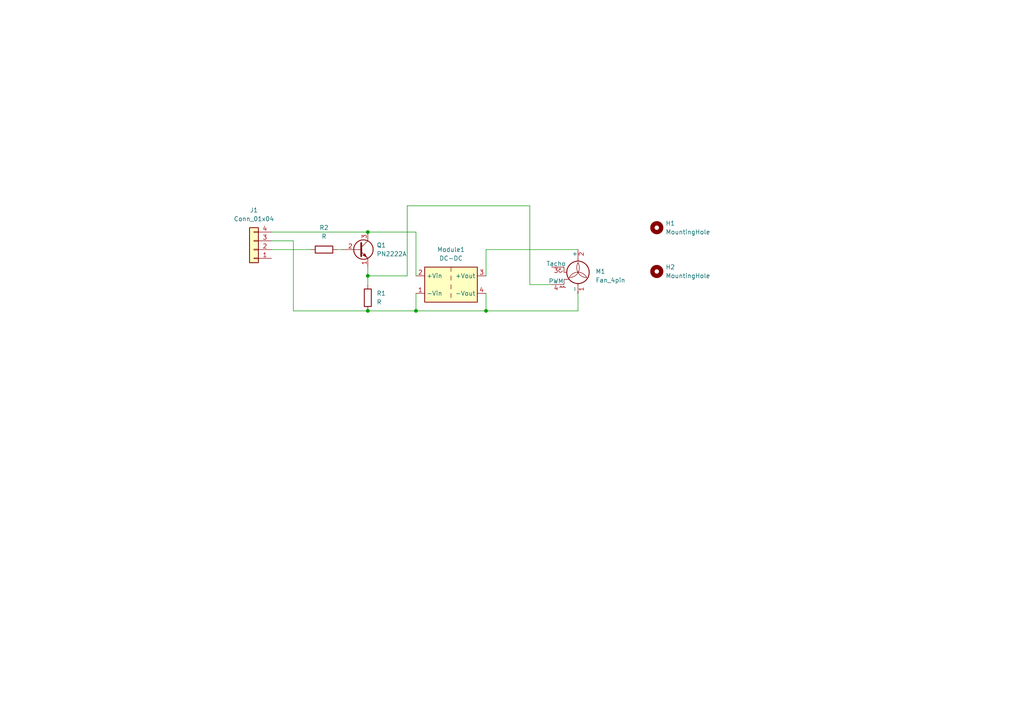
<source format=kicad_sch>
(kicad_sch (version 20231120) (generator "eeschema") (generator_version "8.0")
  (paper "A4")
  (lib_symbols
    (symbol "Connector_Generic:Conn_01x04" (pin_names (offset 1.016) hide)
      (property "Reference" "J" (at 0 5.08 0))
      (property "Value" "Conn_01x04" (at 0 -7.62 0))
      (symbol "Conn_01x04_1_1"
        (rectangle (start -1.27 -4.953) (end 0 -5.207) (stroke (width 0.1524)))
        (rectangle (start -1.27 -2.413) (end 0 -2.667) (stroke (width 0.1524)))
        (rectangle (start -1.27 0.127) (end 0 -0.127) (stroke (width 0.1524)))
        (rectangle (start -1.27 2.667) (end 0 2.413) (stroke (width 0.1524)))
        (rectangle (start -1.27 3.81) (end 1.27 -6.35) (stroke (width 0.254)) (fill (type background)))
        (pin passive line (at -5.08 2.54 0) (length 3.81) (name "Pin_1") (number "1"))
        (pin passive line (at -5.08 0 0) (length 3.81) (name "Pin_2") (number "2"))
        (pin passive line (at -5.08 -2.54 0) (length 3.81) (name "Pin_3") (number "3"))
        (pin passive line (at -5.08 -5.08 0) (length 3.81) (name "Pin_4") (number "4"))
      )
    )
    (symbol "Device:R" (pin_numbers hide) (pin_names (offset 0))
      (property "Reference" "R" (at 2.032 0 90))
      (property "Value" "R" (at 0 0 90))
      (symbol "R_0_1"
        (rectangle (start -1.016 -2.54) (end 1.016 2.54) (stroke (width 0.254)))
      )
      (symbol "R_1_1"
        (pin passive line (at 0 3.81 270) (length 1.27) (name "~") (number "1"))
        (pin passive line (at 0 -3.81 90) (length 1.27) (name "~") (number "2"))
      )
    )
    (symbol "Mechanical:MountingHole" (pin_names (offset 1.016)) (exclude_from_sim yes) (in_bom no)
      (property "Reference" "H" (at 0 5.08 0))
      (property "Value" "MountingHole" (at 0 3.175 0))
      (symbol "MountingHole_0_1"
        (circle (center 0 0) (radius 1.27) (stroke (width 1.27)))
      )
    )
    (symbol "Motor:Fan_4pin" (pin_names (offset 0))
      (property "Reference" "M" (at 2.54 5.08 0))
      (property "Value" "Fan_4pin" (at 2.54 -2.54 0))
      (symbol "Fan_4pin_0_0"
        (arc (start -5.588 1.524) (mid -5.08 1.0182) (end -4.572 1.524))
        (arc (start -5.08 2.032) (mid -5.4392 1.8832) (end -5.588 1.524))
        (polyline (pts (xy -5.08 2.032) (xy -5.334 2.159)))
        (polyline (pts (xy -5.08 2.032) (xy -5.207 1.778)))
        (polyline (pts (xy -4.064 2.54) (xy -4.064 1.016) (xy -3.302 1.016)))
      )
      (symbol "Fan_4pin_0_1"
        (arc (start -2.54 -0.508) (mid 0.0028 0.9121) (end 0 3.81))
        (polyline (pts (xy -4.064 2.54) (xy -5.08 2.54)))
        (polyline (pts (xy 0 -5.08) (xy 0 -4.572)))
        (polyline (pts (xy 0 -2.2352) (xy 0 -2.6416)))
        (polyline (pts (xy 0 4.2672) (xy 0 4.6228)))
        (polyline (pts (xy 0 4.572) (xy 0 5.08)))
        (polyline (pts (xy -2.54 -1.016) (xy -4.064 -1.016) (xy -4.064 -2.54) (xy -5.08 -2.54)))
        (polyline (pts (xy -5.334 -3.302) (xy -5.08 -3.302) (xy -5.08 -3.048) (xy -4.826 -3.048) (xy -4.826 -3.302) (xy -4.318 -3.302) (xy -4.318 -3.048) (xy -4.064 -3.048) (xy -4.064 -3.302) (xy -3.556 -3.302)))
        (circle (center 0 1.016) (radius 3.2512) (stroke (width 0.254)))
        (arc (start 0 3.81) (mid 0.053 0.921) (end 2.54 -0.508))
        (arc (start 2.54 -0.508) (mid 0 1.0618) (end -2.54 -0.508))
      )
      (symbol "Fan_4pin_1_1"
        (pin passive line (at 0 -5.08 90) (length 2.54) (name "-") (number "1"))
        (pin passive line (at 0 7.62 270) (length 2.54) (name "+") (number "2"))
        (pin passive line (at -7.62 2.54 0) (length 2.54) (name "Tacho") (number "3"))
        (pin input line (at -7.62 -2.54 0) (length 2.54) (name "PWM") (number "4"))
      )
    )
    (symbol "Transistor_BJT:PN2222A" (pin_names (offset 0) hide)
      (property "Reference" "Q" (at 5.08 1.905 0))
      (property "Value" "PN2222A" (at 5.08 0 0))
      (symbol "PN2222A_0_1"
        (polyline (pts (xy 0 0) (xy 0.635 0)))
        (polyline (pts (xy 2.54 -2.54) (xy 0.635 -0.635)))
        (polyline (pts (xy 2.54 2.54) (xy 0.635 0.635)))
        (polyline (pts (xy 0.635 1.905) (xy 0.635 -1.905) (xy 0.635 -1.905)) (stroke (width 0.508)))
        (polyline (pts (xy 2.413 -2.413) (xy 1.905 -1.905) (xy 1.905 -1.905)))
        (polyline (pts (xy 1.143 -1.651) (xy 1.651 -1.143) (xy 2.159 -2.159) (xy 1.143 -1.651) (xy 1.143 -1.651)) (fill (type outline)))
        (circle (center 1.27 0) (radius 2.8194) (stroke (width 0.254)))
      )
      (symbol "PN2222A_1_1"
        (pin passive line (at 2.54 -5.08 90) (length 2.54) (name "E") (number "1"))
        (pin input line (at -5.08 0 0) (length 5.08) (name "B") (number "2"))
        (pin passive line (at 2.54 5.08 270) (length 2.54) (name "C") (number "3"))
      )
    )
    (symbol "f4p:saneea_DC-DC_converter"
      (property "Reference" "Module" (at -3.81 8.89 0))
      (property "Value" "DC-DC" (at -3.81 6.35 0))
      (symbol "saneea_DC-DC_converter_0_1"
        (rectangle (start -7.62 5.08) (end 7.62 -5.08) (stroke (width 0.254)) (fill (type background)))
        (polyline (pts (xy 0 -2.54) (xy 0 -3.81)))
        (polyline (pts (xy 0 0) (xy 0 -1.27)))
        (polyline (pts (xy 0 2.54) (xy 0 1.27)))
        (polyline (pts (xy 0 5.08) (xy 0 3.81)))
      )
      (symbol "saneea_DC-DC_converter_1_1"
        (pin power_in line (at -10.16 -2.54 0) (length 2.54) (name "-Vin") (number "1"))
        (pin power_in line (at -10.16 2.54 0) (length 2.54) (name "+Vin") (number "2"))
        (pin power_out line (at 10.16 2.54 180) (length 2.54) (name "+Vout") (number "3"))
        (pin power_out line (at 10.16 -2.54 180) (length 2.54) (name "-Vout") (number "4"))
      )
    )
  )
  (junction (at 106.68 80.01))
  (junction (at 106.68 90.17))
  (junction (at 140.97 90.17))
  (junction (at 106.68 67.31))
  (junction (at 120.65 90.17))
  (wire (pts (xy 167.64 90.17) (xy 140.97 90.17)))
  (wire (pts (xy 78.74 67.31) (xy 106.68 67.31)))
  (wire (pts (xy 120.65 67.31) (xy 106.68 67.31)))
  (wire (pts (xy 85.09 69.85) (xy 85.09 90.17)))
  (wire (pts (xy 106.68 80.01) (xy 106.68 82.55)))
  (wire (pts (xy 97.79 72.39) (xy 99.06 72.39)))
  (wire (pts (xy 118.11 59.69) (xy 118.11 80.01)))
  (wire (pts (xy 120.65 80.01) (xy 120.65 67.31)))
  (wire (pts (xy 106.68 80.01) (xy 118.11 80.01)))
  (wire (pts (xy 106.68 77.47) (xy 106.68 80.01)))
  (wire (pts (xy 167.64 72.39) (xy 140.97 72.39)))
  (wire (pts (xy 85.09 90.17) (xy 106.68 90.17)))
  (wire (pts (xy 120.65 85.09) (xy 120.65 90.17)))
  (wire (pts (xy 140.97 90.17) (xy 140.97 85.09)))
  (wire (pts (xy 153.67 82.55) (xy 160.02 82.55)))
  (wire (pts (xy 78.74 69.85) (xy 85.09 69.85)))
  (wire (pts (xy 120.65 90.17) (xy 140.97 90.17)))
  (wire (pts (xy 167.64 85.09) (xy 167.64 90.17)))
  (wire (pts (xy 106.68 90.17) (xy 120.65 90.17)))
  (wire (pts (xy 140.97 72.39) (xy 140.97 80.01)))
  (wire (pts (xy 118.11 59.69) (xy 153.67 59.69)))
  (wire (pts (xy 78.74 72.39) (xy 90.17 72.39)))
  (wire (pts (xy 153.67 59.69) (xy 153.67 82.55)))
  (symbol (lib_id "Transistor_BJT:PN2222A") (at 104.14 72.39 0) (unit 1)
    (property "Reference" "Q1" (at 109.22 71.1199 0) (effects (justify left)))
    (property "Value" "PN2222A" (at 109.22 73.6599 0) (effects (justify left)))
    (property "Footprint" "Package_TO_SOT_THT:TO-92_Wide" (effects (hide yes)))
    (property "Datasheet" "https://www.onsemi.com/pub/Collateral/PN2222-D.PDF" (effects (hide yes)))
    (property "Description" "1A Ic, 40V Vce, NPN Transistor, General Purpose Transistor, TO-92" (effects (hide yes)))
  )
  (symbol (lib_id "Connector_Generic:Conn_01x04") (at 73.66 72.39 180) (unit 1)
    (property "Reference" "J1" (at 73.66 60.96 0))
    (property "Value" "Conn_01x04" (at 73.66 63.5 0))
    (property "Footprint" "Connector_PinHeader_2.54mm:PinHeader_1x04_P2.54mm_Vertical" (effects (hide yes)))
    (property "Description" "Generic connector, single row, 01x04, script generated (kicad-library-utils/schlib/autogen/connector/)" (effects (hide yes)))
  )
  (symbol (lib_id "Mechanical:MountingHole") (at 190.5 66.04 0) (unit 1) (exclude_from_sim yes) (in_bom no)
    (property "Reference" "H1" (at 193.04 64.7699 0) (effects (justify left)))
    (property "Value" "MountingHole" (at 193.04 67.3099 0) (effects (justify left)))
    (property "Footprint" "MountingHole:MountingHole_2mm" (effects (hide yes)))
    (property "Description" "Mounting Hole without connection" (effects (hide yes)))
  )
  (symbol (lib_id "f4p:saneea_DC-DC_converter") (at 130.81 82.55 0) (unit 1)
    (property "Reference" "Module1" (at 130.81 72.39 0))
    (property "Value" "DC-DC" (at 130.81 74.93 0))
    (property "Footprint" "footprints:saneea DC-DC" (effects (hide yes)))
    (property "Datasheet" "Not" (effects (hide yes)))
    (property "Description" "DC/DC converter, 5V input, 12V output voltage" (effects (hide yes)))
  )
  (symbol (lib_id "Motor:Fan_4pin") (at 167.64 80.01 0) (unit 1)
    (property "Reference" "M1" (at 172.72 78.7399 0) (effects (justify left)))
    (property "Value" "Fan_4pin" (at 172.72 81.2799 0) (effects (justify left)))
    (property "Footprint" "Connector_PinHeader_2.54mm:PinHeader_1x04_P2.54mm_Vertical" (effects (hide yes)))
    (property "Datasheet" "http://www.formfactors.org/developer%5Cspecs%5Crev1_2_public.pdf" (effects (hide yes)))
    (property "Description" "Fan, tacho output, PWM input, 4-pin connector" (effects (hide yes)))
  )
  (symbol (lib_id "Device:R") (at 93.98 72.39 270) (unit 1)
    (property "Reference" "R2" (at 93.98 66.04 90))
    (property "Value" "R" (at 93.98 68.58 90))
    (property "Footprint" "Resistor_THT:R_Axial_DIN0204_L3.6mm_D1.6mm_P7.62mm_Horizontal" (effects (hide yes)))
    (property "Description" "Resistor" (effects (hide yes)))
  )
  (symbol (lib_id "Device:R") (at 106.68 86.36 0) (unit 1)
    (property "Reference" "R1" (at 109.22 85.0899 0) (effects (justify left)))
    (property "Value" "R" (at 109.22 87.6299 0) (effects (justify left)))
    (property "Footprint" "Resistor_THT:R_Axial_DIN0204_L3.6mm_D1.6mm_P7.62mm_Horizontal" (effects (hide yes)))
    (property "Description" "Resistor" (effects (hide yes)))
  )
  (symbol (lib_id "Mechanical:MountingHole") (at 190.5 78.74 0) (unit 1) (exclude_from_sim yes) (in_bom no)
    (property "Reference" "H2" (at 193.04 77.4699 0) (effects (justify left)))
    (property "Value" "MountingHole" (at 193.04 80.0099 0) (effects (justify left)))
    (property "Footprint" "MountingHole:MountingHole_2mm" (effects (hide yes)))
    (property "Description" "Mounting Hole without connection" (effects (hide yes)))
  )
)
</source>
